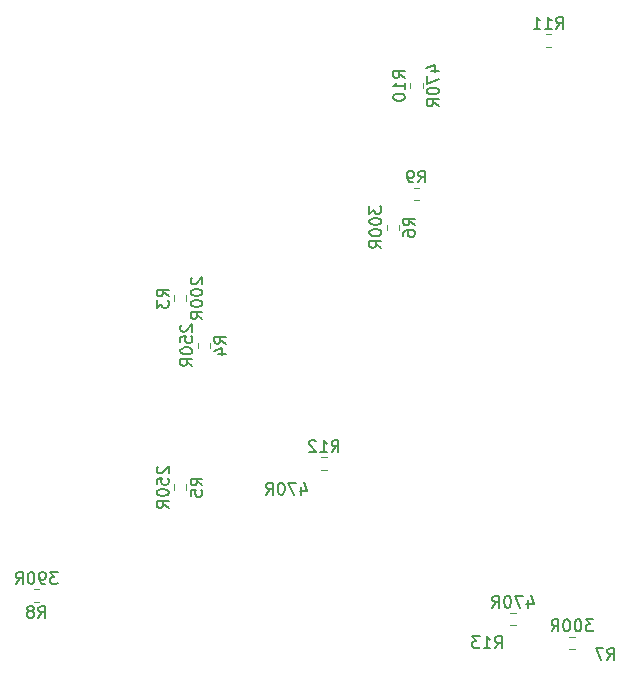
<source format=gbo>
%TF.GenerationSoftware,KiCad,Pcbnew,(5.1.10)-1*%
%TF.CreationDate,2021-09-04T18:59:30+09:00*%
%TF.ProjectId,TsukCTF,5473756b-4354-4462-9e6b-696361645f70,rev?*%
%TF.SameCoordinates,Original*%
%TF.FileFunction,Legend,Bot*%
%TF.FilePolarity,Positive*%
%FSLAX46Y46*%
G04 Gerber Fmt 4.6, Leading zero omitted, Abs format (unit mm)*
G04 Created by KiCad (PCBNEW (5.1.10)-1) date 2021-09-04 18:59:30*
%MOMM*%
%LPD*%
G01*
G04 APERTURE LIST*
%ADD10C,0.120000*%
%ADD11C,0.150000*%
G04 APERTURE END LIST*
D10*
%TO.C,R3*%
X152522500Y-120587742D02*
X152522500Y-121062258D01*
X151477500Y-120587742D02*
X151477500Y-121062258D01*
%TO.C,R4*%
X154522500Y-125062258D02*
X154522500Y-124587742D01*
X153477500Y-125062258D02*
X153477500Y-124587742D01*
%TO.C,R5*%
X151477500Y-137062258D02*
X151477500Y-136587742D01*
X152522500Y-137062258D02*
X152522500Y-136587742D01*
%TO.C,R6*%
X170522500Y-115062258D02*
X170522500Y-114587742D01*
X169477500Y-115062258D02*
X169477500Y-114587742D01*
%TO.C,R7*%
X184937742Y-150522500D02*
X185412258Y-150522500D01*
X184937742Y-149477500D02*
X185412258Y-149477500D01*
%TO.C,R8*%
X139587742Y-145477500D02*
X140062258Y-145477500D01*
X139587742Y-146522500D02*
X140062258Y-146522500D01*
%TO.C,R9*%
X172237258Y-111477500D02*
X171762742Y-111477500D01*
X172237258Y-112522500D02*
X171762742Y-112522500D01*
%TO.C,R10*%
X171477500Y-102587742D02*
X171477500Y-103062258D01*
X172522500Y-102587742D02*
X172522500Y-103062258D01*
%TO.C,R11*%
X183412258Y-99522500D02*
X182937742Y-99522500D01*
X183412258Y-98477500D02*
X182937742Y-98477500D01*
%TO.C,R12*%
X164412258Y-135347500D02*
X163937742Y-135347500D01*
X164412258Y-134302500D02*
X163937742Y-134302500D01*
%TO.C,R13*%
X179937742Y-148522500D02*
X180412258Y-148522500D01*
X179937742Y-147477500D02*
X180412258Y-147477500D01*
%TO.C,R3*%
D11*
X151022380Y-120658333D02*
X150546190Y-120325000D01*
X151022380Y-120086904D02*
X150022380Y-120086904D01*
X150022380Y-120467857D01*
X150070000Y-120563095D01*
X150117619Y-120610714D01*
X150212857Y-120658333D01*
X150355714Y-120658333D01*
X150450952Y-120610714D01*
X150498571Y-120563095D01*
X150546190Y-120467857D01*
X150546190Y-120086904D01*
X150022380Y-120991666D02*
X150022380Y-121610714D01*
X150403333Y-121277380D01*
X150403333Y-121420238D01*
X150450952Y-121515476D01*
X150498571Y-121563095D01*
X150593809Y-121610714D01*
X150831904Y-121610714D01*
X150927142Y-121563095D01*
X150974761Y-121515476D01*
X151022380Y-121420238D01*
X151022380Y-121134523D01*
X150974761Y-121039285D01*
X150927142Y-120991666D01*
X152977619Y-119086904D02*
X152930000Y-119134523D01*
X152882380Y-119229761D01*
X152882380Y-119467857D01*
X152930000Y-119563095D01*
X152977619Y-119610714D01*
X153072857Y-119658333D01*
X153168095Y-119658333D01*
X153310952Y-119610714D01*
X153882380Y-119039285D01*
X153882380Y-119658333D01*
X152882380Y-120277380D02*
X152882380Y-120372619D01*
X152930000Y-120467857D01*
X152977619Y-120515476D01*
X153072857Y-120563095D01*
X153263333Y-120610714D01*
X153501428Y-120610714D01*
X153691904Y-120563095D01*
X153787142Y-120515476D01*
X153834761Y-120467857D01*
X153882380Y-120372619D01*
X153882380Y-120277380D01*
X153834761Y-120182142D01*
X153787142Y-120134523D01*
X153691904Y-120086904D01*
X153501428Y-120039285D01*
X153263333Y-120039285D01*
X153072857Y-120086904D01*
X152977619Y-120134523D01*
X152930000Y-120182142D01*
X152882380Y-120277380D01*
X152882380Y-121229761D02*
X152882380Y-121325000D01*
X152930000Y-121420238D01*
X152977619Y-121467857D01*
X153072857Y-121515476D01*
X153263333Y-121563095D01*
X153501428Y-121563095D01*
X153691904Y-121515476D01*
X153787142Y-121467857D01*
X153834761Y-121420238D01*
X153882380Y-121325000D01*
X153882380Y-121229761D01*
X153834761Y-121134523D01*
X153787142Y-121086904D01*
X153691904Y-121039285D01*
X153501428Y-120991666D01*
X153263333Y-120991666D01*
X153072857Y-121039285D01*
X152977619Y-121086904D01*
X152930000Y-121134523D01*
X152882380Y-121229761D01*
X153882380Y-122563095D02*
X153406190Y-122229761D01*
X153882380Y-121991666D02*
X152882380Y-121991666D01*
X152882380Y-122372619D01*
X152930000Y-122467857D01*
X152977619Y-122515476D01*
X153072857Y-122563095D01*
X153215714Y-122563095D01*
X153310952Y-122515476D01*
X153358571Y-122467857D01*
X153406190Y-122372619D01*
X153406190Y-121991666D01*
%TO.C,R4*%
X155882380Y-124658333D02*
X155406190Y-124325000D01*
X155882380Y-124086904D02*
X154882380Y-124086904D01*
X154882380Y-124467857D01*
X154930000Y-124563095D01*
X154977619Y-124610714D01*
X155072857Y-124658333D01*
X155215714Y-124658333D01*
X155310952Y-124610714D01*
X155358571Y-124563095D01*
X155406190Y-124467857D01*
X155406190Y-124086904D01*
X155215714Y-125515476D02*
X155882380Y-125515476D01*
X154834761Y-125277380D02*
X155549047Y-125039285D01*
X155549047Y-125658333D01*
X152117619Y-123086904D02*
X152070000Y-123134523D01*
X152022380Y-123229761D01*
X152022380Y-123467857D01*
X152070000Y-123563095D01*
X152117619Y-123610714D01*
X152212857Y-123658333D01*
X152308095Y-123658333D01*
X152450952Y-123610714D01*
X153022380Y-123039285D01*
X153022380Y-123658333D01*
X152022380Y-124563095D02*
X152022380Y-124086904D01*
X152498571Y-124039285D01*
X152450952Y-124086904D01*
X152403333Y-124182142D01*
X152403333Y-124420238D01*
X152450952Y-124515476D01*
X152498571Y-124563095D01*
X152593809Y-124610714D01*
X152831904Y-124610714D01*
X152927142Y-124563095D01*
X152974761Y-124515476D01*
X153022380Y-124420238D01*
X153022380Y-124182142D01*
X152974761Y-124086904D01*
X152927142Y-124039285D01*
X152022380Y-125229761D02*
X152022380Y-125325000D01*
X152070000Y-125420238D01*
X152117619Y-125467857D01*
X152212857Y-125515476D01*
X152403333Y-125563095D01*
X152641428Y-125563095D01*
X152831904Y-125515476D01*
X152927142Y-125467857D01*
X152974761Y-125420238D01*
X153022380Y-125325000D01*
X153022380Y-125229761D01*
X152974761Y-125134523D01*
X152927142Y-125086904D01*
X152831904Y-125039285D01*
X152641428Y-124991666D01*
X152403333Y-124991666D01*
X152212857Y-125039285D01*
X152117619Y-125086904D01*
X152070000Y-125134523D01*
X152022380Y-125229761D01*
X153022380Y-126563095D02*
X152546190Y-126229761D01*
X153022380Y-125991666D02*
X152022380Y-125991666D01*
X152022380Y-126372619D01*
X152070000Y-126467857D01*
X152117619Y-126515476D01*
X152212857Y-126563095D01*
X152355714Y-126563095D01*
X152450952Y-126515476D01*
X152498571Y-126467857D01*
X152546190Y-126372619D01*
X152546190Y-125991666D01*
%TO.C,R5*%
X153882380Y-136658333D02*
X153406190Y-136325000D01*
X153882380Y-136086904D02*
X152882380Y-136086904D01*
X152882380Y-136467857D01*
X152930000Y-136563095D01*
X152977619Y-136610714D01*
X153072857Y-136658333D01*
X153215714Y-136658333D01*
X153310952Y-136610714D01*
X153358571Y-136563095D01*
X153406190Y-136467857D01*
X153406190Y-136086904D01*
X152882380Y-137563095D02*
X152882380Y-137086904D01*
X153358571Y-137039285D01*
X153310952Y-137086904D01*
X153263333Y-137182142D01*
X153263333Y-137420238D01*
X153310952Y-137515476D01*
X153358571Y-137563095D01*
X153453809Y-137610714D01*
X153691904Y-137610714D01*
X153787142Y-137563095D01*
X153834761Y-137515476D01*
X153882380Y-137420238D01*
X153882380Y-137182142D01*
X153834761Y-137086904D01*
X153787142Y-137039285D01*
X150117619Y-135086904D02*
X150070000Y-135134523D01*
X150022380Y-135229761D01*
X150022380Y-135467857D01*
X150070000Y-135563095D01*
X150117619Y-135610714D01*
X150212857Y-135658333D01*
X150308095Y-135658333D01*
X150450952Y-135610714D01*
X151022380Y-135039285D01*
X151022380Y-135658333D01*
X150022380Y-136563095D02*
X150022380Y-136086904D01*
X150498571Y-136039285D01*
X150450952Y-136086904D01*
X150403333Y-136182142D01*
X150403333Y-136420238D01*
X150450952Y-136515476D01*
X150498571Y-136563095D01*
X150593809Y-136610714D01*
X150831904Y-136610714D01*
X150927142Y-136563095D01*
X150974761Y-136515476D01*
X151022380Y-136420238D01*
X151022380Y-136182142D01*
X150974761Y-136086904D01*
X150927142Y-136039285D01*
X150022380Y-137229761D02*
X150022380Y-137325000D01*
X150070000Y-137420238D01*
X150117619Y-137467857D01*
X150212857Y-137515476D01*
X150403333Y-137563095D01*
X150641428Y-137563095D01*
X150831904Y-137515476D01*
X150927142Y-137467857D01*
X150974761Y-137420238D01*
X151022380Y-137325000D01*
X151022380Y-137229761D01*
X150974761Y-137134523D01*
X150927142Y-137086904D01*
X150831904Y-137039285D01*
X150641428Y-136991666D01*
X150403333Y-136991666D01*
X150212857Y-137039285D01*
X150117619Y-137086904D01*
X150070000Y-137134523D01*
X150022380Y-137229761D01*
X151022380Y-138563095D02*
X150546190Y-138229761D01*
X151022380Y-137991666D02*
X150022380Y-137991666D01*
X150022380Y-138372619D01*
X150070000Y-138467857D01*
X150117619Y-138515476D01*
X150212857Y-138563095D01*
X150355714Y-138563095D01*
X150450952Y-138515476D01*
X150498571Y-138467857D01*
X150546190Y-138372619D01*
X150546190Y-137991666D01*
%TO.C,R6*%
X171882380Y-114658333D02*
X171406190Y-114325000D01*
X171882380Y-114086904D02*
X170882380Y-114086904D01*
X170882380Y-114467857D01*
X170930000Y-114563095D01*
X170977619Y-114610714D01*
X171072857Y-114658333D01*
X171215714Y-114658333D01*
X171310952Y-114610714D01*
X171358571Y-114563095D01*
X171406190Y-114467857D01*
X171406190Y-114086904D01*
X170882380Y-115515476D02*
X170882380Y-115325000D01*
X170930000Y-115229761D01*
X170977619Y-115182142D01*
X171120476Y-115086904D01*
X171310952Y-115039285D01*
X171691904Y-115039285D01*
X171787142Y-115086904D01*
X171834761Y-115134523D01*
X171882380Y-115229761D01*
X171882380Y-115420238D01*
X171834761Y-115515476D01*
X171787142Y-115563095D01*
X171691904Y-115610714D01*
X171453809Y-115610714D01*
X171358571Y-115563095D01*
X171310952Y-115515476D01*
X171263333Y-115420238D01*
X171263333Y-115229761D01*
X171310952Y-115134523D01*
X171358571Y-115086904D01*
X171453809Y-115039285D01*
X168022380Y-113039285D02*
X168022380Y-113658333D01*
X168403333Y-113325000D01*
X168403333Y-113467857D01*
X168450952Y-113563095D01*
X168498571Y-113610714D01*
X168593809Y-113658333D01*
X168831904Y-113658333D01*
X168927142Y-113610714D01*
X168974761Y-113563095D01*
X169022380Y-113467857D01*
X169022380Y-113182142D01*
X168974761Y-113086904D01*
X168927142Y-113039285D01*
X168022380Y-114277380D02*
X168022380Y-114372619D01*
X168070000Y-114467857D01*
X168117619Y-114515476D01*
X168212857Y-114563095D01*
X168403333Y-114610714D01*
X168641428Y-114610714D01*
X168831904Y-114563095D01*
X168927142Y-114515476D01*
X168974761Y-114467857D01*
X169022380Y-114372619D01*
X169022380Y-114277380D01*
X168974761Y-114182142D01*
X168927142Y-114134523D01*
X168831904Y-114086904D01*
X168641428Y-114039285D01*
X168403333Y-114039285D01*
X168212857Y-114086904D01*
X168117619Y-114134523D01*
X168070000Y-114182142D01*
X168022380Y-114277380D01*
X168022380Y-115229761D02*
X168022380Y-115325000D01*
X168070000Y-115420238D01*
X168117619Y-115467857D01*
X168212857Y-115515476D01*
X168403333Y-115563095D01*
X168641428Y-115563095D01*
X168831904Y-115515476D01*
X168927142Y-115467857D01*
X168974761Y-115420238D01*
X169022380Y-115325000D01*
X169022380Y-115229761D01*
X168974761Y-115134523D01*
X168927142Y-115086904D01*
X168831904Y-115039285D01*
X168641428Y-114991666D01*
X168403333Y-114991666D01*
X168212857Y-115039285D01*
X168117619Y-115086904D01*
X168070000Y-115134523D01*
X168022380Y-115229761D01*
X169022380Y-116563095D02*
X168546190Y-116229761D01*
X169022380Y-115991666D02*
X168022380Y-115991666D01*
X168022380Y-116372619D01*
X168070000Y-116467857D01*
X168117619Y-116515476D01*
X168212857Y-116563095D01*
X168355714Y-116563095D01*
X168450952Y-116515476D01*
X168498571Y-116467857D01*
X168546190Y-116372619D01*
X168546190Y-115991666D01*
%TO.C,R7*%
X188166666Y-151452380D02*
X188500000Y-150976190D01*
X188738095Y-151452380D02*
X188738095Y-150452380D01*
X188357142Y-150452380D01*
X188261904Y-150500000D01*
X188214285Y-150547619D01*
X188166666Y-150642857D01*
X188166666Y-150785714D01*
X188214285Y-150880952D01*
X188261904Y-150928571D01*
X188357142Y-150976190D01*
X188738095Y-150976190D01*
X187833333Y-150452380D02*
X187166666Y-150452380D01*
X187595238Y-151452380D01*
X186960714Y-148022380D02*
X186341666Y-148022380D01*
X186675000Y-148403333D01*
X186532142Y-148403333D01*
X186436904Y-148450952D01*
X186389285Y-148498571D01*
X186341666Y-148593809D01*
X186341666Y-148831904D01*
X186389285Y-148927142D01*
X186436904Y-148974761D01*
X186532142Y-149022380D01*
X186817857Y-149022380D01*
X186913095Y-148974761D01*
X186960714Y-148927142D01*
X185722619Y-148022380D02*
X185627380Y-148022380D01*
X185532142Y-148070000D01*
X185484523Y-148117619D01*
X185436904Y-148212857D01*
X185389285Y-148403333D01*
X185389285Y-148641428D01*
X185436904Y-148831904D01*
X185484523Y-148927142D01*
X185532142Y-148974761D01*
X185627380Y-149022380D01*
X185722619Y-149022380D01*
X185817857Y-148974761D01*
X185865476Y-148927142D01*
X185913095Y-148831904D01*
X185960714Y-148641428D01*
X185960714Y-148403333D01*
X185913095Y-148212857D01*
X185865476Y-148117619D01*
X185817857Y-148070000D01*
X185722619Y-148022380D01*
X184770238Y-148022380D02*
X184675000Y-148022380D01*
X184579761Y-148070000D01*
X184532142Y-148117619D01*
X184484523Y-148212857D01*
X184436904Y-148403333D01*
X184436904Y-148641428D01*
X184484523Y-148831904D01*
X184532142Y-148927142D01*
X184579761Y-148974761D01*
X184675000Y-149022380D01*
X184770238Y-149022380D01*
X184865476Y-148974761D01*
X184913095Y-148927142D01*
X184960714Y-148831904D01*
X185008333Y-148641428D01*
X185008333Y-148403333D01*
X184960714Y-148212857D01*
X184913095Y-148117619D01*
X184865476Y-148070000D01*
X184770238Y-148022380D01*
X183436904Y-149022380D02*
X183770238Y-148546190D01*
X184008333Y-149022380D02*
X184008333Y-148022380D01*
X183627380Y-148022380D01*
X183532142Y-148070000D01*
X183484523Y-148117619D01*
X183436904Y-148212857D01*
X183436904Y-148355714D01*
X183484523Y-148450952D01*
X183532142Y-148498571D01*
X183627380Y-148546190D01*
X184008333Y-148546190D01*
%TO.C,R8*%
X139991666Y-147882380D02*
X140325000Y-147406190D01*
X140563095Y-147882380D02*
X140563095Y-146882380D01*
X140182142Y-146882380D01*
X140086904Y-146930000D01*
X140039285Y-146977619D01*
X139991666Y-147072857D01*
X139991666Y-147215714D01*
X140039285Y-147310952D01*
X140086904Y-147358571D01*
X140182142Y-147406190D01*
X140563095Y-147406190D01*
X139420238Y-147310952D02*
X139515476Y-147263333D01*
X139563095Y-147215714D01*
X139610714Y-147120476D01*
X139610714Y-147072857D01*
X139563095Y-146977619D01*
X139515476Y-146930000D01*
X139420238Y-146882380D01*
X139229761Y-146882380D01*
X139134523Y-146930000D01*
X139086904Y-146977619D01*
X139039285Y-147072857D01*
X139039285Y-147120476D01*
X139086904Y-147215714D01*
X139134523Y-147263333D01*
X139229761Y-147310952D01*
X139420238Y-147310952D01*
X139515476Y-147358571D01*
X139563095Y-147406190D01*
X139610714Y-147501428D01*
X139610714Y-147691904D01*
X139563095Y-147787142D01*
X139515476Y-147834761D01*
X139420238Y-147882380D01*
X139229761Y-147882380D01*
X139134523Y-147834761D01*
X139086904Y-147787142D01*
X139039285Y-147691904D01*
X139039285Y-147501428D01*
X139086904Y-147406190D01*
X139134523Y-147358571D01*
X139229761Y-147310952D01*
X141610714Y-144022380D02*
X140991666Y-144022380D01*
X141325000Y-144403333D01*
X141182142Y-144403333D01*
X141086904Y-144450952D01*
X141039285Y-144498571D01*
X140991666Y-144593809D01*
X140991666Y-144831904D01*
X141039285Y-144927142D01*
X141086904Y-144974761D01*
X141182142Y-145022380D01*
X141467857Y-145022380D01*
X141563095Y-144974761D01*
X141610714Y-144927142D01*
X140515476Y-145022380D02*
X140325000Y-145022380D01*
X140229761Y-144974761D01*
X140182142Y-144927142D01*
X140086904Y-144784285D01*
X140039285Y-144593809D01*
X140039285Y-144212857D01*
X140086904Y-144117619D01*
X140134523Y-144070000D01*
X140229761Y-144022380D01*
X140420238Y-144022380D01*
X140515476Y-144070000D01*
X140563095Y-144117619D01*
X140610714Y-144212857D01*
X140610714Y-144450952D01*
X140563095Y-144546190D01*
X140515476Y-144593809D01*
X140420238Y-144641428D01*
X140229761Y-144641428D01*
X140134523Y-144593809D01*
X140086904Y-144546190D01*
X140039285Y-144450952D01*
X139420238Y-144022380D02*
X139325000Y-144022380D01*
X139229761Y-144070000D01*
X139182142Y-144117619D01*
X139134523Y-144212857D01*
X139086904Y-144403333D01*
X139086904Y-144641428D01*
X139134523Y-144831904D01*
X139182142Y-144927142D01*
X139229761Y-144974761D01*
X139325000Y-145022380D01*
X139420238Y-145022380D01*
X139515476Y-144974761D01*
X139563095Y-144927142D01*
X139610714Y-144831904D01*
X139658333Y-144641428D01*
X139658333Y-144403333D01*
X139610714Y-144212857D01*
X139563095Y-144117619D01*
X139515476Y-144070000D01*
X139420238Y-144022380D01*
X138086904Y-145022380D02*
X138420238Y-144546190D01*
X138658333Y-145022380D02*
X138658333Y-144022380D01*
X138277380Y-144022380D01*
X138182142Y-144070000D01*
X138134523Y-144117619D01*
X138086904Y-144212857D01*
X138086904Y-144355714D01*
X138134523Y-144450952D01*
X138182142Y-144498571D01*
X138277380Y-144546190D01*
X138658333Y-144546190D01*
%TO.C,R9*%
X172166666Y-111022380D02*
X172500000Y-110546190D01*
X172738095Y-111022380D02*
X172738095Y-110022380D01*
X172357142Y-110022380D01*
X172261904Y-110070000D01*
X172214285Y-110117619D01*
X172166666Y-110212857D01*
X172166666Y-110355714D01*
X172214285Y-110450952D01*
X172261904Y-110498571D01*
X172357142Y-110546190D01*
X172738095Y-110546190D01*
X171690476Y-111022380D02*
X171500000Y-111022380D01*
X171404761Y-110974761D01*
X171357142Y-110927142D01*
X171261904Y-110784285D01*
X171214285Y-110593809D01*
X171214285Y-110212857D01*
X171261904Y-110117619D01*
X171309523Y-110070000D01*
X171404761Y-110022380D01*
X171595238Y-110022380D01*
X171690476Y-110070000D01*
X171738095Y-110117619D01*
X171785714Y-110212857D01*
X171785714Y-110450952D01*
X171738095Y-110546190D01*
X171690476Y-110593809D01*
X171595238Y-110641428D01*
X171404761Y-110641428D01*
X171309523Y-110593809D01*
X171261904Y-110546190D01*
X171214285Y-110450952D01*
%TO.C,R10*%
X171022380Y-102182142D02*
X170546190Y-101848809D01*
X171022380Y-101610714D02*
X170022380Y-101610714D01*
X170022380Y-101991666D01*
X170070000Y-102086904D01*
X170117619Y-102134523D01*
X170212857Y-102182142D01*
X170355714Y-102182142D01*
X170450952Y-102134523D01*
X170498571Y-102086904D01*
X170546190Y-101991666D01*
X170546190Y-101610714D01*
X171022380Y-103134523D02*
X171022380Y-102563095D01*
X171022380Y-102848809D02*
X170022380Y-102848809D01*
X170165238Y-102753571D01*
X170260476Y-102658333D01*
X170308095Y-102563095D01*
X170022380Y-103753571D02*
X170022380Y-103848809D01*
X170070000Y-103944047D01*
X170117619Y-103991666D01*
X170212857Y-104039285D01*
X170403333Y-104086904D01*
X170641428Y-104086904D01*
X170831904Y-104039285D01*
X170927142Y-103991666D01*
X170974761Y-103944047D01*
X171022380Y-103848809D01*
X171022380Y-103753571D01*
X170974761Y-103658333D01*
X170927142Y-103610714D01*
X170831904Y-103563095D01*
X170641428Y-103515476D01*
X170403333Y-103515476D01*
X170212857Y-103563095D01*
X170117619Y-103610714D01*
X170070000Y-103658333D01*
X170022380Y-103753571D01*
X173215714Y-101563095D02*
X173882380Y-101563095D01*
X172834761Y-101325000D02*
X173549047Y-101086904D01*
X173549047Y-101705952D01*
X172882380Y-101991666D02*
X172882380Y-102658333D01*
X173882380Y-102229761D01*
X172882380Y-103229761D02*
X172882380Y-103325000D01*
X172930000Y-103420238D01*
X172977619Y-103467857D01*
X173072857Y-103515476D01*
X173263333Y-103563095D01*
X173501428Y-103563095D01*
X173691904Y-103515476D01*
X173787142Y-103467857D01*
X173834761Y-103420238D01*
X173882380Y-103325000D01*
X173882380Y-103229761D01*
X173834761Y-103134523D01*
X173787142Y-103086904D01*
X173691904Y-103039285D01*
X173501428Y-102991666D01*
X173263333Y-102991666D01*
X173072857Y-103039285D01*
X172977619Y-103086904D01*
X172930000Y-103134523D01*
X172882380Y-103229761D01*
X173882380Y-104563095D02*
X173406190Y-104229761D01*
X173882380Y-103991666D02*
X172882380Y-103991666D01*
X172882380Y-104372619D01*
X172930000Y-104467857D01*
X172977619Y-104515476D01*
X173072857Y-104563095D01*
X173215714Y-104563095D01*
X173310952Y-104515476D01*
X173358571Y-104467857D01*
X173406190Y-104372619D01*
X173406190Y-103991666D01*
%TO.C,R11*%
X183817857Y-98022380D02*
X184151190Y-97546190D01*
X184389285Y-98022380D02*
X184389285Y-97022380D01*
X184008333Y-97022380D01*
X183913095Y-97070000D01*
X183865476Y-97117619D01*
X183817857Y-97212857D01*
X183817857Y-97355714D01*
X183865476Y-97450952D01*
X183913095Y-97498571D01*
X184008333Y-97546190D01*
X184389285Y-97546190D01*
X182865476Y-98022380D02*
X183436904Y-98022380D01*
X183151190Y-98022380D02*
X183151190Y-97022380D01*
X183246428Y-97165238D01*
X183341666Y-97260476D01*
X183436904Y-97308095D01*
X181913095Y-98022380D02*
X182484523Y-98022380D01*
X182198809Y-98022380D02*
X182198809Y-97022380D01*
X182294047Y-97165238D01*
X182389285Y-97260476D01*
X182484523Y-97308095D01*
%TO.C,R12*%
X164817857Y-133847380D02*
X165151190Y-133371190D01*
X165389285Y-133847380D02*
X165389285Y-132847380D01*
X165008333Y-132847380D01*
X164913095Y-132895000D01*
X164865476Y-132942619D01*
X164817857Y-133037857D01*
X164817857Y-133180714D01*
X164865476Y-133275952D01*
X164913095Y-133323571D01*
X165008333Y-133371190D01*
X165389285Y-133371190D01*
X163865476Y-133847380D02*
X164436904Y-133847380D01*
X164151190Y-133847380D02*
X164151190Y-132847380D01*
X164246428Y-132990238D01*
X164341666Y-133085476D01*
X164436904Y-133133095D01*
X163484523Y-132942619D02*
X163436904Y-132895000D01*
X163341666Y-132847380D01*
X163103571Y-132847380D01*
X163008333Y-132895000D01*
X162960714Y-132942619D01*
X162913095Y-133037857D01*
X162913095Y-133133095D01*
X162960714Y-133275952D01*
X163532142Y-133847380D01*
X162913095Y-133847380D01*
X162261904Y-136785714D02*
X162261904Y-137452380D01*
X162500000Y-136404761D02*
X162738095Y-137119047D01*
X162119047Y-137119047D01*
X161833333Y-136452380D02*
X161166666Y-136452380D01*
X161595238Y-137452380D01*
X160595238Y-136452380D02*
X160500000Y-136452380D01*
X160404761Y-136500000D01*
X160357142Y-136547619D01*
X160309523Y-136642857D01*
X160261904Y-136833333D01*
X160261904Y-137071428D01*
X160309523Y-137261904D01*
X160357142Y-137357142D01*
X160404761Y-137404761D01*
X160500000Y-137452380D01*
X160595238Y-137452380D01*
X160690476Y-137404761D01*
X160738095Y-137357142D01*
X160785714Y-137261904D01*
X160833333Y-137071428D01*
X160833333Y-136833333D01*
X160785714Y-136642857D01*
X160738095Y-136547619D01*
X160690476Y-136500000D01*
X160595238Y-136452380D01*
X159261904Y-137452380D02*
X159595238Y-136976190D01*
X159833333Y-137452380D02*
X159833333Y-136452380D01*
X159452380Y-136452380D01*
X159357142Y-136500000D01*
X159309523Y-136547619D01*
X159261904Y-136642857D01*
X159261904Y-136785714D01*
X159309523Y-136880952D01*
X159357142Y-136928571D01*
X159452380Y-136976190D01*
X159833333Y-136976190D01*
%TO.C,R13*%
X178642857Y-150452380D02*
X178976190Y-149976190D01*
X179214285Y-150452380D02*
X179214285Y-149452380D01*
X178833333Y-149452380D01*
X178738095Y-149500000D01*
X178690476Y-149547619D01*
X178642857Y-149642857D01*
X178642857Y-149785714D01*
X178690476Y-149880952D01*
X178738095Y-149928571D01*
X178833333Y-149976190D01*
X179214285Y-149976190D01*
X177690476Y-150452380D02*
X178261904Y-150452380D01*
X177976190Y-150452380D02*
X177976190Y-149452380D01*
X178071428Y-149595238D01*
X178166666Y-149690476D01*
X178261904Y-149738095D01*
X177357142Y-149452380D02*
X176738095Y-149452380D01*
X177071428Y-149833333D01*
X176928571Y-149833333D01*
X176833333Y-149880952D01*
X176785714Y-149928571D01*
X176738095Y-150023809D01*
X176738095Y-150261904D01*
X176785714Y-150357142D01*
X176833333Y-150404761D01*
X176928571Y-150452380D01*
X177214285Y-150452380D01*
X177309523Y-150404761D01*
X177357142Y-150357142D01*
X181436904Y-146355714D02*
X181436904Y-147022380D01*
X181675000Y-145974761D02*
X181913095Y-146689047D01*
X181294047Y-146689047D01*
X181008333Y-146022380D02*
X180341666Y-146022380D01*
X180770238Y-147022380D01*
X179770238Y-146022380D02*
X179675000Y-146022380D01*
X179579761Y-146070000D01*
X179532142Y-146117619D01*
X179484523Y-146212857D01*
X179436904Y-146403333D01*
X179436904Y-146641428D01*
X179484523Y-146831904D01*
X179532142Y-146927142D01*
X179579761Y-146974761D01*
X179675000Y-147022380D01*
X179770238Y-147022380D01*
X179865476Y-146974761D01*
X179913095Y-146927142D01*
X179960714Y-146831904D01*
X180008333Y-146641428D01*
X180008333Y-146403333D01*
X179960714Y-146212857D01*
X179913095Y-146117619D01*
X179865476Y-146070000D01*
X179770238Y-146022380D01*
X178436904Y-147022380D02*
X178770238Y-146546190D01*
X179008333Y-147022380D02*
X179008333Y-146022380D01*
X178627380Y-146022380D01*
X178532142Y-146070000D01*
X178484523Y-146117619D01*
X178436904Y-146212857D01*
X178436904Y-146355714D01*
X178484523Y-146450952D01*
X178532142Y-146498571D01*
X178627380Y-146546190D01*
X179008333Y-146546190D01*
%TD*%
M02*

</source>
